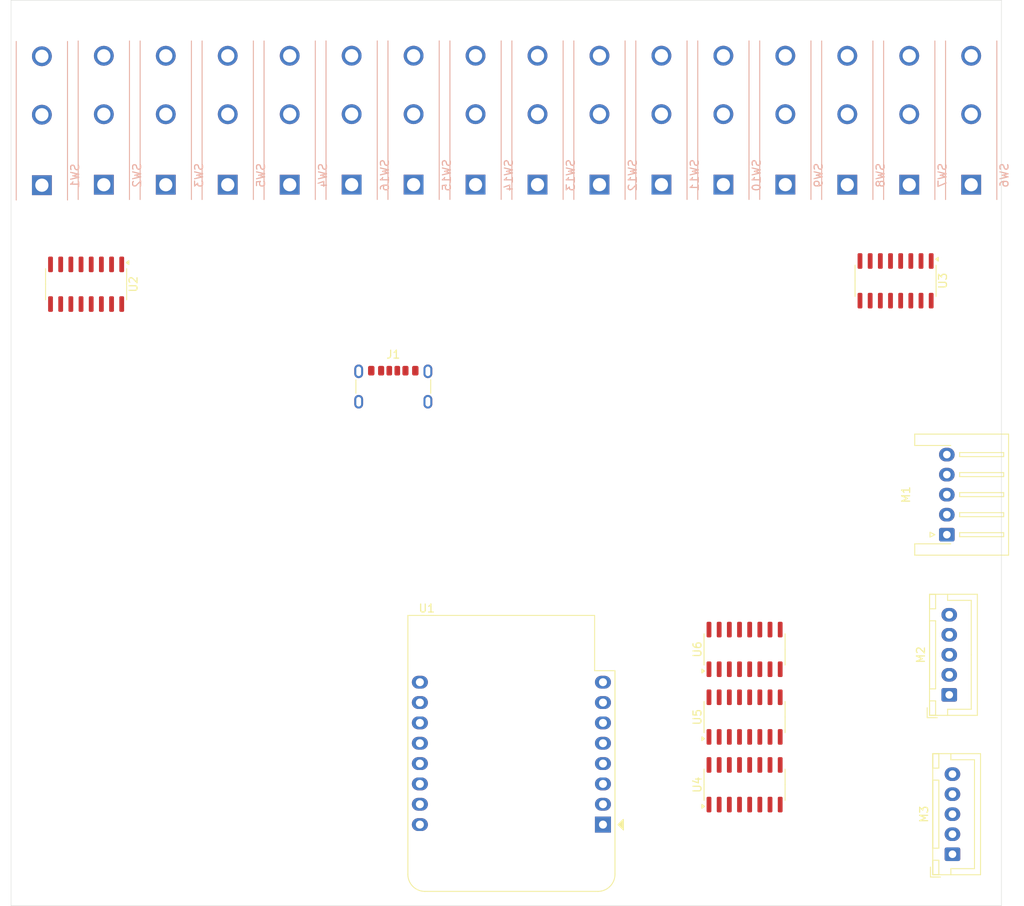
<source format=kicad_pcb>
(kicad_pcb (version 20240108) (generator "pcbnew") (generator_version "8.0")
  (layers (0 "F.Cu" signal) (31 "B.Cu" signal) (34 "B.Paste" user) (35 "F.Paste" user) (36 "B.SilkS" user "B.Silkscreen") (37 "F.SilkS" user "F.Silkscreen") (38 "B.Mask" user) (39 "F.Mask" user) (44 "Edge.Cuts" user))
  (net 0 "")
  (net 1 "RED")
  (net 2 "BLUE1")
  (net 3 "PINK1")
  (net 4 "ORANGE1")
  (net 5 "YELLOW1")
  (net 6 "PINK2")
  (net 7 "ORANGE2")
  (net 8 "BLUE2")
  (net 9 "YELLOW2")
  (net 10 "YELLOW3")
  (net 11 "BLUE3")
  (net 12 "ORANGE3")
  (net 13 "PINK3")
  (net 14 "SW1")
  (net 15 "GND")
  (net 16 "SW2")
  (net 17 "SW3")
  (net 18 "SW4")
  (net 19 "SW5")
  (net 20 "SW6")
  (net 21 "SW7")
  (net 22 "SW8")
  (net 23 "SW9")
  (net 24 "SW10")
  (net 25 "SW11")
  (net 26 "SW12")
  (net 27 "SW13")
  (net 28 "SW14")
  (net 29 "SW15")
  (net 30 "SW16")
  (net 34 "C")
  (net 35 "MUX2COM")
  (net 37 "MUX1COM")
  (net 38 "IN2")
  (net 40 "IN4")
  (net 41 "B")
  (net 42 "IN1")
  (net 43 "IN3")
  (net 44 "A")
  (net 64 "Net-(J1-VBUS-PadA9)")
  (net 65 "Net-(J1-GND-PadA12)")
  (footprint "Connector_USB:USB_C_Receptacle_GCT_USB4125-xx-x-0190_6P_TopMnt_Horizontal" (layer "F.Cu") (at 89.58 91.7)
    (property "Reference" "J1" (at 0 -5.1 0) (layer "F.SilkS"))
    (property "Value" "USB_C_Receptacle_PowerOnly_6P")
    (fp_line (start -4.67 -0.25) (end -4.67 -1.95) (stroke (width 0.12)) (layer "F.SilkS"))
    (fp_line (start 4.67 -0.25) (end 4.67 -1.95) (stroke (width 0.12)) (layer "F.SilkS"))
    (pad "A5" smd roundrect (at -0.5 -3.08) (size 0.7 1.2) (layers "F.Cu" "F.Paste" "F.Mask"))
    (pad "A9" smd roundrect (at 1.52 -3.08 180) (size 0.76 1.2) (layers "F.Cu" "F.Paste" "F.Mask") (net 64 "Net-(J1-VBUS-PadA9)"))
    (pad "A12" smd roundrect (at 2.75 -3.08 180) (size 0.8 1.2) (layers "F.Cu" "F.Paste" "F.Mask") (net 65 "Net-(J1-GND-PadA12)"))
    (pad "B5" smd roundrect (at 0.5 -3.08 180) (size 0.7 1.2) (layers "F.Cu" "F.Paste" "F.Mask"))
    (pad "B9" smd roundrect (at -1.52 -3.08) (size 0.76 1.2) (layers "F.Cu" "F.Paste" "F.Mask") (net 64 "Net-(J1-VBUS-PadA9)"))
    (pad "B12" smd roundrect (at -2.75 -3.08) (size 0.8 1.2) (layers "F.Cu" "F.Paste" "F.Mask") (net 65 "Net-(J1-GND-PadA12)"))
    (pad "S1" thru_hole oval (at -4.32 -3) (size 1.1 1.7) (drill oval 0.6 1.2) (layers "*.Cu" "*.Mask" "F.Paste"))
    (pad "S1" thru_hole oval (at -4.32 0.8) (size 1.1 1.7) (drill oval 0.6 1.2) (layers "*.Cu" "*.Mask" "F.Paste"))
    (pad "S1" thru_hole oval (at 4.32 -3) (size 1.1 1.7) (drill oval 0.6 1.2) (layers "*.Cu" "*.Mask" "F.Paste"))
    (pad "S1" thru_hole oval (at 4.32 0.8) (size 1.1 1.7) (drill oval 0.6 1.2) (layers "*.Cu" "*.Mask" "F.Paste"))
  )
  (footprint "Package_SO:SOIC-16_3.9x9.9mm_P1.27mm" (layer "F.Cu") (at 133.445 131.875 90)
    (property "Reference" "U5" (at 0 -5.9 90) (layer "F.SilkS"))
    (property "Value" "ULN2003A")
    (fp_line (start 0 -5.06) (end 1.95 -5.06) (stroke (width 0.12)) (layer "F.SilkS"))
    (fp_line (start 0 -5.06) (end -1.95 -5.06) (stroke (width 0.12)) (layer "F.SilkS"))
    (fp_line (start 0 5.06) (end 1.95 5.06) (stroke (width 0.12)) (layer "F.SilkS"))
    (fp_line (start 0 5.06) (end -1.95 5.06) (stroke (width 0.12)) (layer "F.SilkS"))
    (fp_poly (pts (xy -2.7 -5.005) (xy -2.94 -5.335) (xy -2.46 -5.335) (xy -2.7 -5.005)) (stroke (width 0.12)) (fill solid) (layer "F.SilkS"))
    (pad "1" smd roundrect (at -2.475 -4.445 90) (size 1.95 0.6) (layers "F.Cu" "F.Paste" "F.Mask") (net 42 "IN1"))
    (pad "2" smd roundrect (at -2.475 -3.175 90) (size 1.95 0.6) (layers "F.Cu" "F.Paste" "F.Mask") (net 38 "IN2"))
    (pad "3" smd roundrect (at -2.475 -1.905 90) (size 1.95 0.6) (layers "F.Cu" "F.Paste" "F.Mask") (net 43 "IN3"))
    (pad "4" smd roundrect (at -2.475 -0.635 90) (size 1.95 0.6) (layers "F.Cu" "F.Paste" "F.Mask") (net 40 "IN4"))
    (pad "5" smd roundrect (at -2.475 0.635 90) (size 1.95 0.6) (layers "F.Cu" "F.Paste" "F.Mask"))
    (pad "6" smd roundrect (at -2.475 1.905 90) (size 1.95 0.6) (layers "F.Cu" "F.Paste" "F.Mask"))
    (pad "7" smd roundrect (at -2.475 3.175 90) (size 1.95 0.6) (layers "F.Cu" "F.Paste" "F.Mask"))
    (pad "8" smd roundrect (at -2.475 4.445 90) (size 1.95 0.6) (layers "F.Cu" "F.Paste" "F.Mask") (net 15 "GND"))
    (pad "9" smd roundrect (at 2.475 4.445 90) (size 1.95 0.6) (layers "F.Cu" "F.Paste" "F.Mask") (net 1 "RED"))
    (pad "10" smd roundrect (at 2.475 3.175 90) (size 1.95 0.6) (layers "F.Cu" "F.Paste" "F.Mask"))
    (pad "11" smd roundrect (at 2.475 1.905 90) (size 1.95 0.6) (layers "F.Cu" "F.Paste" "F.Mask"))
    (pad "12" smd roundrect (at 2.475 0.635 90) (size 1.95 0.6) (layers "F.Cu" "F.Paste" "F.Mask"))
    (pad "13" smd roundrect (at 2.475 -0.635 90) (size 1.95 0.6) (layers "F.Cu" "F.Paste" "F.Mask") (net 7 "ORANGE2"))
    (pad "14" smd roundrect (at 2.475 -1.905 90) (size 1.95 0.6) (layers "F.Cu" "F.Paste" "F.Mask") (net 9 "YELLOW2"))
    (pad "15" smd roundrect (at 2.475 -3.175 90) (size 1.95 0.6) (layers "F.Cu" "F.Paste" "F.Mask") (net 6 "PINK2"))
    (pad "16" smd roundrect (at 2.475 -4.445 90) (size 1.95 0.6) (layers "F.Cu" "F.Paste" "F.Mask") (net 8 "BLUE2"))
  )
  (footprint "Connector_JST:JST_XH_B5B-XH-A_1x05_P2.50mm_Vertical" (layer "F.Cu") (at 159.4 149 90)
    (property "Reference" "M3" (at 5 -3.55 90) (layer "F.SilkS"))
    (property "Value" "Stepper_Motor_unipolar_5pin")
    (fp_line (start -1.6 -2.75) (end -2.85 -2.75) (stroke (width 0.12)) (layer "F.SilkS"))
    (fp_line (start -2.85 -2.75) (end -2.85 -1.5) (stroke (width 0.12)) (layer "F.SilkS"))
    (fp_line (start 12.56 -2.46) (end -2.56 -2.46) (stroke (width 0.12)) (layer "F.SilkS"))
    (fp_line (start -2.56 -2.46) (end -2.56 3.51) (stroke (width 0.12)) (layer "F.SilkS"))
    (fp_line (start 12.55 -2.45) (end 10.75 -2.45) (stroke (width 0.12)) (layer "F.SilkS"))
    (fp_line (start 10.75 -2.45) (end 10.75 -1.7) (stroke (width 0.12)) (layer "F.SilkS"))
    (fp_line (start 9.25 -2.45) (end 0.75 -2.45) (stroke (width 0.12)) (layer "F.SilkS"))
    (fp_line (start 0.75 -2.45) (end 0.75 -1.7) (stroke (width 0.12)) (layer "F.SilkS"))
    (fp_line (start -0.75 -2.45) (end -2.55 -2.45) (stroke (width 0.12)) (layer "F.SilkS"))
    (fp_line (start -2.55 -2.45) (end -2.55 -1.7) (stroke (width 0.12)) (layer "F.SilkS"))
    (fp_line (start 12.55 -1.7) (end 12.55 -2.45) (stroke (width 0.12)) (layer "F.SilkS"))
    (fp_line (start 10.75 -1.7) (end 12.55 -1.7) (stroke (width 0.12)) (layer "F.SilkS"))
    (fp_line (start 9.25 -1.7) (end 9.25 -2.45) (stroke (width 0.12)) (layer "F.SilkS"))
    (fp_line (start 0.75 -1.7) (end 9.25 -1.7) (stroke (width 0.12)) (layer "F.SilkS"))
    (fp_line (start -0.75 -1.7) (end -0.75 -2.45) (stroke (width 0.12)) (layer "F.SilkS"))
    (fp_line (start -2.55 -1.7) (end -0.75 -1.7) (stroke (width 0.12)) (layer "F.SilkS"))
    (fp_line (start 12.55 -0.2) (end 11.8 -0.2) (stroke (width 0.12)) (layer "F.SilkS"))
    (fp_line (start 11.8 -0.2) (end 11.8 2.75) (stroke (width 0.12)) (layer "F.SilkS"))
    (fp_line (start -1.8 -0.2) (end -1.8 2.75) (stroke (width 0.12)) (layer "F.SilkS"))
    (fp_line (start -2.55 -0.2) (end -1.8 -0.2) (stroke (width 0.12)) (layer "F.SilkS"))
    (fp_line (start 11.8 2.75) (end 5 2.75) (stroke (width 0.12)) (layer "F.SilkS"))
    (fp_line (start -1.8 2.75) (end 5 2.75) (stroke (width 0.12)) (layer "F.SilkS"))
    (fp_line (start 12.56 3.51) (end 12.56 -2.46) (stroke (width 0.12)) (layer "F.SilkS"))
    (fp_line (start -2.56 3.51) (end 12.56 3.51) (stroke (width 0.12)) (layer "F.SilkS"))
    (pad "1" thru_hole roundrect (at 0 0 90) (size 1.7 1.95) (drill 0.95) (layers "*.Cu" "*.Mask") (roundrect_rratio 0.147059) (net 1 "RED"))
    (pad "2" thru_hole oval (at 2.5 0 90) (size 1.7 1.95) (drill 0.95) (layers "*.Cu" "*.Mask") (net 12 "ORANGE3"))
    (pad "3" thru_hole oval (at 5 0 90) (size 1.7 1.95) (drill 0.95) (layers "*.Cu" "*.Mask") (net 13 "PINK3"))
    (pad "4" thru_hole oval (at 7.5 0 90) (size 1.7 1.95) (drill 0.95) (layers "*.Cu" "*.Mask") (net 10 "YELLOW3"))
    (pad "5" thru_hole oval (at 10 0 90) (size 1.7 1.95) (drill 0.95) (layers "*.Cu" "*.Mask") (net 11 "BLUE3"))
  )
  (footprint "Package_SO:SOIC-16_3.9x9.9mm_P1.27mm" (layer "F.Cu") (at 152.3 77.4 -90)
    (property "Reference" "U3" (at 0 -5.9 90) (layer "F.SilkS"))
    (property "Value" "CD4051B")
    (fp_line (start 0 5.06) (end -1.95 5.06) (stroke (width 0.12)) (layer "F.SilkS"))
    (fp_line (start 0 5.06) (end 1.95 5.06) (stroke (width 0.12)) (layer "F.SilkS"))
    (fp_line (start 0 -5.06) (end -1.95 -5.06) (stroke (width 0.12)) (layer "F.SilkS"))
    (fp_line (start 0 -5.06) (end 1.95 -5.06) (stroke (width 0.12)) (layer "F.SilkS"))
    (fp_poly (pts (xy -2.7 -5.005) (xy -2.94 -5.335) (xy -2.46 -5.335) (xy -2.7 -5.005)) (stroke (width 0.12)) (fill solid) (layer "F.SilkS"))
    (pad "1" smd roundrect (at -2.475 -4.445 270) (size 1.95 0.6) (layers "F.Cu" "F.Paste" "F.Mask") (net 27 "SW13"))
    (pad "2" smd roundrect (at -2.475 -3.175 270) (size 1.95 0.6) (layers "F.Cu" "F.Paste" "F.Mask") (net 29 "SW15"))
    (pad "3" smd roundrect (at -2.475 -1.905 270) (size 1.95 0.6) (layers "F.Cu" "F.Paste" "F.Mask") (net 35 "MUX2COM"))
    (pad "4" smd roundrect (at -2.475 -0.635 270) (size 1.95 0.6) (layers "F.Cu" "F.Paste" "F.Mask") (net 30 "SW16"))
    (pad "5" smd roundrect (at -2.475 0.635 270) (size 1.95 0.6) (layers "F.Cu" "F.Paste" "F.Mask") (net 28 "SW14"))
    (pad "6" smd roundrect (at -2.475 1.905 270) (size 1.95 0.6) (layers "F.Cu" "F.Paste" "F.Mask") (net 15 "GND"))
    (pad "7" smd roundrect (at -2.475 3.175 270) (size 1.95 0.6) (layers "F.Cu" "F.Paste" "F.Mask") (net 15 "GND"))
    (pad "8" smd roundrect (at -2.475 4.445 270) (size 1.95 0.6) (layers "F.Cu" "F.Paste" "F.Mask") (net 15 "GND"))
    (pad "9" smd roundrect (at 2.475 4.445 270) (size 1.95 0.6) (layers "F.Cu" "F.Paste" "F.Mask") (net 34 "C"))
    (pad "10" smd roundrect (at 2.475 3.175 270) (size 1.95 0.6) (layers "F.Cu" "F.Paste" "F.Mask") (net 41 "B"))
    (pad "11" smd roundrect (at 2.475 1.905 270) (size 1.95 0.6) (layers "F.Cu" "F.Paste" "F.Mask") (net 44 "A"))
    (pad "12" smd roundrect (at 2.475 0.635 270) (size 1.95 0.6) (layers "F.Cu" "F.Paste" "F.Mask") (net 26 "SW12"))
    (pad "13" smd roundrect (at 2.475 -0.635 270) (size 1.95 0.6) (layers "F.Cu" "F.Paste" "F.Mask") (net 23 "SW9"))
    (pad "14" smd roundrect (at 2.475 -1.905 270) (size 1.95 0.6) (layers "F.Cu" "F.Paste" "F.Mask") (net 24 "SW10"))
    (pad "15" smd roundrect (at 2.475 -3.175 270) (size 1.95 0.6) (layers "F.Cu" "F.Paste" "F.Mask") (net 25 "SW11"))
    (pad "16" smd roundrect (at 2.475 -4.445 270) (size 1.95 0.6) (layers "F.Cu" "F.Paste" "F.Mask") (net 1 "RED"))
  )
  (footprint "Module:WEMOS_D1_mini_light" (layer "F.Cu") (at 115.76 145.3 180)
    (property "Reference" "U1" (at 22 27 0) (layer "F.SilkS"))
    (property "Value" "WeMos_D1_mini")
    (fp_line (start 24.36 26.12) (end 24.36 -6.21) (stroke (width 0.12)) (layer "F.SilkS"))
    (fp_line (start 22.24 -8.34) (end 0.63 -8.34) (stroke (width 0.12)) (layer "F.SilkS"))
    (fp_line (start 1.04 26.12) (end 24.36 26.12) (stroke (width 0.12)) (layer "F.SilkS"))
    (fp_line (start 1.04 19.22) (end 1.04 26.12) (stroke (width 0.12)) (layer "F.SilkS"))
    (fp_line (start -1.5 19.22) (end 1.04 19.22) (stroke (width 0.12)) (layer "F.SilkS"))
    (fp_line (start -1.5 19.22) (end -1.5 -6.21) (stroke (width 0.12)) (layer "F.SilkS"))
    (fp_arc (start 22.23 -8.34) (mid 23.736137 -7.716137) (end 24.36 -6.21) (stroke (width 0.12)) (layer "F.SilkS"))
    (fp_arc (start -1.5 -6.21) (mid -0.876137 -7.716137) (end 0.63 -8.34) (stroke (width 0.12)) (layer "F.SilkS"))
    (fp_poly (pts (xy -2.54 -0.635) (xy -2.54 0.635) (xy -1.905 0)) (stroke (width 0.15)) (fill solid) (layer "F.SilkS"))
    (pad "1" thru_hole rect (at 0 0 180) (size 2 2) (drill 1) (layers "*.Cu" "*.Mask"))
    (pad "2" thru_hole oval (at 0 2.54 180) (size 2 1.6) (drill 1) (layers "*.Cu" "*.Mask"))
    (pad "3" thru_hole oval (at 0 5.08 180) (size 2 1.6) (drill 1) (layers "*.Cu" "*.Mask") (net 44 "A"))
    (pad "4" thru_hole oval (at 0 7.62 180) (size 2 1.6) (drill 1) (layers "*.Cu" "*.Mask") (net 42 "IN1"))
    (pad "5" thru_hole oval (at 0 10.16 180) (size 2 1.6) (drill 1) (layers "*.Cu" "*.Mask") (net 38 "IN2"))
    (pad "6" thru_hole oval (at 0 12.7 180) (size 2 1.6) (drill 1) (layers "*.Cu" "*.Mask") (net 40 "IN4"))
    (pad "7" thru_hole oval (at 0 15.24 180) (size 2 1.6) (drill 1) (layers "*.Cu" "*.Mask") (net 43 "IN3"))
    (pad "8" thru_hole oval (at 0 17.78 180) (size 2 1.6) (drill 1) (layers "*.Cu" "*.Mask"))
    (pad "9" thru_hole oval (at 22.86 17.78 180) (size 2 1.6) (drill 1) (layers "*.Cu" "*.Mask") (net 1 "RED"))
    (pad "10" thru_hole oval (at 22.86 15.24 180) (size 2 1.6) (drill 1) (layers "*.Cu" "*.Mask") (net 15 "GND"))
    (pad "11" thru_hole oval (at 22.86 12.7 180) (size 2 1.6) (drill 1) (layers "*.Cu" "*.Mask") (net 41 "B"))
    (pad "12" thru_hole oval (at 22.86 10.16 180) (size 2 1.6) (drill 1) (layers "*.Cu" "*.Mask") (net 34 "C"))
    (pad "13" thru_hole oval (at 22.86 7.62 180) (size 2 1.6) (drill 1) (layers "*.Cu" "*.Mask") (net 35 "MUX2COM"))
    (pad "14" thru_hole oval (at 22.86 5.08 180) (size 2 1.6) (drill 1) (layers "*.Cu" "*.Mask") (net 37 "MUX1COM"))
    (pad "15" thru_hole oval (at 22.86 2.54 180) (size 2 1.6) (drill 1) (layers "*.Cu" "*.Mask"))
    (pad "16" thru_hole oval (at 22.86 0 180) (size 2 1.6) (drill 1) (layers "*.Cu" "*.Mask"))
  )
  (footprint "Connector_JST:JST_XH_S5B-XH-A-1_1x05_P2.50mm_Horizontal" (layer "F.Cu") (at 158.7 109.1 90)
    (property "Reference" "M1" (at 5 -5.1 90) (layer "F.SilkS"))
    (property "Value" "Stepper_Motor_unipolar_5pin")
    (fp_line (start 12.56 -4.01) (end 11.14 -4.01) (stroke (width 0.12)) (layer "F.SilkS"))
    (fp_line (start 11.14 -4.01) (end 11.14 0.49) (stroke (width 0.12)) (layer "F.SilkS"))
    (fp_line (start -1.14 -4.01) (end -1.14 0.49) (stroke (width 0.12)) (layer "F.SilkS"))
    (fp_line (start -2.56 -4.01) (end -1.14 -4.01) (stroke (width 0.12)) (layer "F.SilkS"))
    (fp_line (start 0.3 -2.1) (end 0 -1.5) (stroke (width 0.12)) (layer "F.SilkS"))
    (fp_line (start -0.3 -2.1) (end 0.3 -2.1) (stroke (width 0.12)) (layer "F.SilkS"))
    (fp_line (start 0 -1.5) (end -0.3 -2.1) (stroke (width 0.12)) (layer "F.SilkS"))
    (fp_line (start 10.25 1.6) (end 9.75 1.6) (stroke (width 0.12)) (layer "F.SilkS"))
    (fp_line (start 9.75 1.6) (end 9.75 7.1) (stroke (width 0.12)) (layer "F.SilkS"))
    (fp_line (start 7.75 1.6) (end 7.25 1.6) (stroke (width 0.12)) (layer "F.SilkS"))
    (fp_line (start 7.25 1.6) (end 7.25 7.1) (stroke (width 0.12)) (layer "F.SilkS"))
    (fp_line (start 5.25 1.6) (end 4.75 1.6) (stroke (width 0.12)) (layer "F.SilkS"))
    (fp_line (start 4.75 1.6) (end 4.75 7.1) (stroke (width 0.12)) (layer "F.SilkS"))
    (fp_line (start 2.75 1.6) (end 2.25 1.6) (stroke (width 0.12)) (layer "F.SilkS"))
    (fp_line (start 2.25 1.6) (end 2.25 7.1) (stroke (width 0.12)) (layer "F.SilkS"))
    (fp_line (start 0.25 1.6) (end -0.25 1.6) (stroke (width 0.12)) (layer "F.SilkS"))
    (fp_line (start -0.25 1.6) (end -0.25 7.1) (stroke (width 0.12)) (layer "F.SilkS"))
    (fp_line (start 10.25 7.1) (end 10.25 1.6) (stroke (width 0.12)) (layer "F.SilkS"))
    (fp_line (start 9.75 7.1) (end 10.25 7.1) (stroke (width 0.12)) (layer "F.SilkS"))
    (fp_line (start 7.75 7.1) (end 7.75 1.6) (stroke (width 0.12)) (layer "F.SilkS"))
    (fp_line (start 7.25 7.1) (end 7.75 7.1) (stroke (width 0.12)) (layer "F.SilkS"))
    (fp_line (start 5.25 7.1) (end 5.25 1.6) (stroke (width 0.12)) (layer "F.SilkS"))
    (fp_line (start 4.75 7.1) (end 5.25 7.1) (stroke (width 0.12)) (layer "F.SilkS"))
    (fp_line (start 2.75 7.1) (end 2.75 1.6) (stroke (width 0.12)) (layer "F.SilkS"))
    (fp_line (start 2.25 7.1) (end 2.75 7.1) (stroke (width 0.12)) (layer "F.SilkS"))
    (fp_line (start 0.25 7.1) (end 0.25 1.6) (stroke (width 0.12)) (layer "F.SilkS"))
    (fp_line (start -0.25 7.1) (end 0.25 7.1) (stroke (width 0.12)) (layer "F.SilkS"))
    (fp_line (start 12.56 7.71) (end 12.56 -4.01) (stroke (width 0.12)) (layer "F.SilkS"))
    (fp_line (start 5 7.71) (end 12.56 7.71) (stroke (width 0.12)) (layer "F.SilkS"))
    (fp_line (start 5 7.71) (end -2.56 7.71) (stroke (width 0.12)) (layer "F.SilkS"))
    (fp_line (start -2.56 7.71) (end -2.56 -4.01) (stroke (width 0.12)) (layer "F.SilkS"))
    (pad "1" thru_hole roundrect (at 0 0 90) (size 1.7 1.95) (drill 0.95) (layers "*.Cu" "*.Mask") (roundrect_rratio 0.147059) (net 1 "RED"))
    (pad "2" thru_hole oval (at 2.5 0 90) (size 1.7 1.95) (drill 0.95) (layers "*.Cu" "*.Mask") (net 4 "ORANGE1"))
    (pad "3" thru_hole oval (at 5 0 90) (size 1.7 1.95) (drill 0.95) (layers "*.Cu" "*.Mask") (net 3 "PINK1"))
    (pad "4" thru_hole oval (at 7.5 0 90) (size 1.7 1.95) (drill 0.95) (layers "*.Cu" "*.Mask") (net 5 "YELLOW1"))
    (pad "5" thru_hole oval (at 10 0 90) (size 1.7 1.95) (drill 0.95) (layers "*.Cu" "*.Mask") (net 2 "BLUE1"))
  )
  (footprint "Package_SO:SOIC-16_3.9x9.9mm_P1.27mm" (layer "F.Cu") (at 133.445 123.425 90)
    (property "Reference" "U6" (at 0 -5.9 90) (layer "F.SilkS"))
    (property "Value" "ULN2003A")
    (fp_line (start 0 -5.06) (end 1.95 -5.06) (stroke (width 0.12)) (layer "F.SilkS"))
    (fp_line (start 0 -5.06) (end -1.95 -5.06) (stroke (width 0.12)) (layer "F.SilkS"))
    (fp_line (start 0 5.06) (end 1.95 5.06) (stroke (width 0.12)) (layer "F.SilkS"))
    (fp_line (start 0 5.06) (end -1.95 5.06) (stroke (width 0.12)) (layer "F.SilkS"))
    (fp_poly (pts (xy -2.7 -5.005) (xy -2.94 -5.335) (xy -2.46 -5.335) (xy -2.7 -5.005)) (stroke (width 0.12)) (fill solid) (layer "F.SilkS"))
    (pad "1" smd roundrect (at -2.475 -4.445 90) (size 1.95 0.6) (layers "F.Cu" "F.Paste" "F.Mask") (net 42 "IN1"))
    (pad "2" smd roundrect (at -2.475 -3.175 90) (size 1.95 0.6) (layers "F.Cu" "F.Paste" "F.Mask") (net 38 "IN2"))
    (pad "3" smd roundrect (at -2.475 -1.905 90) (size 1.95 0.6) (layers "F.Cu" "F.Paste" "F.Mask") (net 43 "IN3"))
    (pad "4" smd roundrect (at -2.475 -0.635 90) (size 1.95 0.6) (layers "F.Cu" "F.Paste" "F.Mask") (net 40 "IN4"))
    (pad "5" smd roundrect (at -2.475 0.635 90) (size 1.95 0.6) (layers "F.Cu" "F.Paste" "F.Mask"))
    (pad "6" smd roundrect (at -2.475 1.905 90) (size 1.95 0.6) (layers "F.Cu" "F.Paste" "F.Mask"))
    (pad "7" smd roundrect (at -2.475 3.175 90) (size 1.95 0.6) (layers "F.Cu" "F.Paste" "F.Mask"))
    (pad "8" smd roundrect (at -2.475 4.445 90) (size 1.95 0.6) (layers "F.Cu" "F.Paste" "F.Mask") (net 15 "GND"))
    (pad "9" smd roundrect (at 2.475 4.445 90) (size 1.95 0.6) (layers "F.Cu" "F.Paste" "F.Mask") (net 1 "RED"))
    (pad "10" smd roundrect (at 2.475 3.175 90) (size 1.95 0.6) (layers "F.Cu" "F.Paste" "F.Mask"))
    (pad "11" smd roundrect (at 2.475 1.905 90) (size 1.95 0.6) (layers "F.Cu" "F.Paste" "F.Mask"))
    (pad "12" smd roundrect (at 2.475 0.635 90) (size 1.95 0.6) (layers "F.Cu" "F.Paste" "F.Mask"))
    (pad "13" smd roundrect (at 2.475 -0.635 90) (size 1.95 0.6) (layers "F.Cu" "F.Paste" "F.Mask") (net 12 "ORANGE3"))
    (pad "14" smd roundrect (at 2.475 -1.905 90) (size 1.95 0.6) (layers "F.Cu" "F.Paste" "F.Mask") (net 10 "YELLOW3"))
    (pad "15" smd roundrect (at 2.475 -3.175 90) (size 1.95 0.6) (layers "F.Cu" "F.Paste" "F.Mask") (net 13 "PINK3"))
    (pad "16" smd roundrect (at 2.475 -4.445 90) (size 1.95 0.6) (layers "F.Cu" "F.Paste" "F.Mask") (net 11 "BLUE3"))
  )
  (footprint "Connector_JST:JST_XH_B5B-XH-A_1x05_P2.50mm_Vertical" (layer "F.Cu") (at 159 129.1 90)
    (property "Reference" "M2" (at 5 -3.55 90) (layer "F.SilkS"))
    (property "Value" "Stepper_Motor_unipolar_5pin")
    (fp_line (start -1.6 -2.75) (end -2.85 -2.75) (stroke (width 0.12)) (layer "F.SilkS"))
    (fp_line (start -2.85 -2.75) (end -2.85 -1.5) (stroke (width 0.12)) (layer "F.SilkS"))
    (fp_line (start 12.56 -2.46) (end -2.56 -2.46) (stroke (width 0.12)) (layer "F.SilkS"))
    (fp_line (start -2.56 -2.46) (end -2.56 3.51) (stroke (width 0.12)) (layer "F.SilkS"))
    (fp_line (start 12.55 -2.45) (end 10.75 -2.45) (stroke (width 0.12)) (layer "F.SilkS"))
    (fp_line (start 10.75 -2.45) (end 10.75 -1.7) (stroke (width 0.12)) (layer "F.SilkS"))
    (fp_line (start 9.25 -2.45) (end 0.75 -2.45) (stroke (width 0.12)) (layer "F.SilkS"))
    (fp_line (start 0.75 -2.45) (end 0.75 -1.7) (stroke (width 0.12)) (layer "F.SilkS"))
    (fp_line (start -0.75 -2.45) (end -2.55 -2.45) (stroke (width 0.12)) (layer "F.SilkS"))
    (fp_line (start -2.55 -2.45) (end -2.55 -1.7) (stroke (width 0.12)) (layer "F.SilkS"))
    (fp_line (start 12.55 -1.7) (end 12.55 -2.45) (stroke (width 0.12)) (layer "F.SilkS"))
    (fp_line (start 10.75 -1.7) (end 12.55 -1.7) (stroke (width 0.12)) (layer "F.SilkS"))
    (fp_line (start 9.25 -1.7) (end 9.25 -2.45) (stroke (width 0.12)) (layer "F.SilkS"))
    (fp_line (start 0.75 -1.7) (end 9.25 -1.7) (stroke (width 0.12)) (layer "F.SilkS"))
    (fp_line (start -0.75 -1.7) (end -0.75 -2.45) (stroke (width 0.12)) (layer "F.SilkS"))
    (fp_line (start -2.55 -1.7) (end -0.75 -1.7) (stroke (width 0.12)) (layer "F.SilkS"))
    (fp_line (start 12.55 -0.2) (end 11.8 -0.2) (stroke (width 0.12)) (layer "F.SilkS"))
    (fp_line (start 11.8 -0.2) (end 11.8 2.75) (stroke (width 0.12)) (layer "F.SilkS"))
    (fp_line (start -1.8 -0.2) (end -1.8 2.75) (stroke (width 0.12)) (layer "F.SilkS"))
    (fp_line (start -2.55 -0.2) (end -1.8 -0.2) (stroke (width 0.12)) (layer "F.SilkS"))
    (fp_line (start 11.8 2.75) (end 5 2.75) (stroke (width 0.12)) (layer "F.SilkS"))
    (fp_line (start -1.8 2.75) (end 5 2.75) (stroke (width 0.12)) (layer "F.SilkS"))
    (fp_line (start 12.56 3.51) (end 12.56 -2.46) (stroke (width 0.12)) (layer "F.SilkS"))
    (fp_line (start -2.56 3.51) (end 12.56 3.51) (stroke (width 0.12)) (layer "F.SilkS"))
    (pad "1" thru_hole roundrect (at 0 0 90) (size 1.7 1.95) (drill 0.95) (layers "*.Cu" "*.Mask") (roundrect_rratio 0.147059) (net 1 "RED"))
    (pad "2" thru_hole oval (at 2.5 0 90) (size 1.7 1.95) (drill 0.95) (layers "*.Cu" "*.Mask") (net 7 "ORANGE2"))
    (pad "3" thru_hole oval (at 5 0 90) (size 1.7 1.95) (drill 0.95) (layers "*.Cu" "*.Mask") (net 6 "PINK2"))
    (pad "4" thru_hole oval (at 7.5 0 90) (size 1.7 1.95) (drill 0.95) (layers "*.Cu" "*.Mask") (net 9 "YELLOW2"))
    (pad "5" thru_hole oval (at 10 0 90) (size 1.7 1.95) (drill 0.95) (layers "*.Cu" "*.Mask") (net 8 "BLUE2"))
  )
  (footprint "Package_SO:SOIC-16_3.9x9.9mm_P1.27mm" (layer "F.Cu") (at 133.445 140.325 90)
    (property "Reference" "U4" (at 0 -5.9 90) (layer "F.SilkS"))
    (property "Value" "ULN2003A")
    (fp_line (start 0 -5.06) (end 1.95 -5.06) (stroke (width 0.12)) (layer "F.SilkS"))
    (fp_line (start 0 -5.06) (end -1.95 -5.06) (stroke (width 0.12)) (layer "F.SilkS"))
    (fp_line (start 0 5.06) (end 1.95 5.06) (stroke (width 0.12)) (layer "F.SilkS"))
    (fp_line (start 0 5.06) (end -1.95 5.06) (stroke (width 0.12)) (layer "F.SilkS"))
    (fp_poly (pts (xy -2.7 -5.005) (xy -2.94 -5.335) (xy -2.46 -5.335) (xy -2.7 -5.005)) (stroke (width 0.12)) (fill solid) (layer "F.SilkS"))
    (pad "1" smd roundrect (at -2.475 -4.445 90) (size 1.95 0.6) (layers "F.Cu" "F.Paste" "F.Mask") (net 42 "IN1"))
    (pad "2" smd roundrect (at -2.475 -3.175 90) (size 1.95 0.6) (layers "F.Cu" "F.Paste" "F.Mask") (net 38 "IN2"))
    (pad "3" smd roundrect (at -2.475 -1.905 90) (size 1.95 0.6) (layers "F.Cu" "F.Paste" "F.Mask") (net 43 "IN3"))
    (pad "4" smd roundrect (at -2.475 -0.635 90) (size 1.95 0.6) (layers "F.Cu" "F.Paste" "F.Mask") (net 40 "IN4"))
    (pad "5" smd roundrect (at -2.475 0.635 90) (size 1.95 0.6) (layers "F.Cu" "F.Paste" "F.Mask"))
    (pad "6" smd roundrect (at -2.475 1.905 90) (size 1.95 0.6) (layers "F.Cu" "F.Paste" "F.Mask"))
    (pad "7" smd roundrect (at -2.475 3.175 90) (size 1.95 0.6) (layers "F.Cu" "F.Paste" "F.Mask"))
    (pad "8" smd roundrect (at -2.475 4.445 90) (size 1.95 0.6) (layers "F.Cu" "F.Paste" "F.Mask") (net 15 "GND"))
    (pad "9" smd roundrect (at 2.475 4.445 90) (size 1.95 0.6) (layers "F.Cu" "F.Paste" "F.Mask") (net 1 "RED"))
    (pad "10" smd roundrect (at 2.475 3.175 90) (size 1.95 0.6) (layers "F.Cu" "F.Paste" "F.Mask"))
    (pad "11" smd roundrect (at 2.475 1.905 90) (size 1.95 0.6) (layers "F.Cu" "F.Paste" "F.Mask"))
    (pad "12" smd roundrect (at 2.475 0.635 90) (size 1.95 0.6) (layers "F.Cu" "F.Paste" "F.Mask"))
    (pad "13" smd roundrect (at 2.475 -0.635 90) (size 1.95 0.6) (layers "F.Cu" "F.Paste" "F.Mask") (net 4 "ORANGE1"))
    (pad "14" smd roundrect (at 2.475 -1.905 90) (size 1.95 0.6) (layers "F.Cu" "F.Paste" "F.Mask") (net 5 "YELLOW1"))
    (pad "15" smd roundrect (at 2.475 -3.175 90) (size 1.95 0.6) (layers "F.Cu" "F.Paste" "F.Mask") (net 3 "PINK1"))
    (pad "16" smd roundrect (at 2.475 -4.445 90) (size 1.95 0.6) (layers "F.Cu" "F.Paste" "F.Mask") (net 2 "BLUE1"))
  )
  (footprint "Package_SO:SOIC-16_3.9x9.9mm_P1.27mm" (layer "F.Cu") (at 51.225 77.825 -90)
    (property "Reference" "U2" (at 0 -5.9 90) (layer "F.SilkS"))
    (property "Value" "CD4051B")
    (fp_line (start 0 5.06) (end -1.95 5.06) (stroke (width 0.12)) (layer "F.SilkS"))
    (fp_line (start 0 5.06) (end 1.95 5.06) (stroke (width 0.12)) (layer "F.SilkS"))
    (fp_line (start 0 -5.06) (end -1.95 -5.06) (stroke (width 0.12)) (layer "F.SilkS"))
    (fp_line (start 0 -5.06) (end 1.95 -5.06) (stroke (width 0.12)) (layer "F.SilkS"))
    (fp_poly (pts (xy -2.7 -5.005) (xy -2.94 -5.335) (xy -2.46 -5.335) (xy -2.7 -5.005)) (stroke (width 0.12)) (fill solid) (layer "F.SilkS"))
    (pad "1" smd roundrect (at -2.475 -4.445 270) (size 1.95 0.6) (layers "F.Cu" "F.Paste" "F.Mask") (net 19 "SW5"))
    (pad "2" smd roundrect (at -2.475 -3.175 270) (size 1.95 0.6) (layers "F.Cu" "F.Paste" "F.Mask") (net 21 "SW7"))
    (pad "3" smd roundrect (at -2.475 -1.905 270) (size 1.95 0.6) (layers "F.Cu" "F.Paste" "F.Mask") (net 37 "MUX1COM"))
    (pad "4" smd roundrect (at -2.475 -0.635 270) (size 1.95 0.6) (layers "F.Cu" "F.Paste" "F.Mask") (net 22 "SW8"))
    (pad "5" smd roundrect (at -2.475 0.635 270) (size 1.95 0.6) (layers "F.Cu" "F.Paste" "F.Mask") (net 20 "SW6"))
    (pad "6" smd roundrect (at -2.475 1.905 270) (size 1.95 0.6) (layers "F.Cu" "F.Paste" "F.Mask") (net 15 "GND"))
    (pad "7" smd roundrect (at -2.475 3.175 270) (size 1.95 0.6) (layers "F.Cu" "F.Paste" "F.Mask") (net 15 "GND"))
    (pad "8" smd roundrect (at -2.475 4.445 270) (size 1.95 0.6) (layers "F.Cu" "F.Paste" "F.Mask") (net 15 "GND"))
    (pad "9" smd roundrect (at 2.475 4.445 270) (size 1.95 0.6) (layers "F.Cu" "F.Paste" "F.Mask") (net 34 "C"))
    (pad "10" smd roundrect (at 2.475 3.175 270) (size 1.95 0.6) (layers "F.Cu" "F.Paste" "F.Mask") (net 41 "B"))
    (pad "11" smd roundrect (at 2.475 1.905 270) (size 1.95 0.6) (layers "F.Cu" "F.Paste" "F.Mask") (net 44 "A"))
    (pad "12" smd roundrect (at 2.475 0.635 270) (size 1.95 0.6) (layers "F.Cu" "F.Paste" "F.Mask") (net 18 "SW4"))
    (pad "13" smd roundrect (at 2.475 -0.635 270) (size 1.95 0.6) (layers "F.Cu" "F.Paste" "F.Mask") (net 14 "SW1"))
    (pad "14" smd roundrect (at 2.475 -1.905 270) (size 1.95 0.6) (layers "F.Cu" "F.Paste" "F.Mask") (net 16 "SW2"))
    (pad "15" smd roundrect (at 2.475 -3.175 270) (size 1.95 0.6) (layers "F.Cu" "F.Paste" "F.Mask") (net 17 "SW3"))
    (pad "16" smd roundrect (at 2.475 -4.445 270) (size 1.95 0.6) (layers "F.Cu" "F.Paste" "F.Mask") (net 1 "RED"))
  )
  (footprint "MS0850502F030P1A:SW_MS0850502F030P1A" (layer "B.Cu") (at 161.740804 65.4 90)
    (property "Reference" "SW6" (at 1.17617 4.1391 90) (layer "B.SilkS") (effects (font (size 1.000992 1.000992)) (justify mirror)))
    (property "Value" "SW_Push_SPDT")
    (fp_line (start -1.85 -3.2) (end 17.95 -3.2) (stroke (width 0.127)) (layer "B.SilkS"))
    (fp_line (start 17.95 3.2) (end -1.85 3.2) (stroke (width 0.127)) (layer "B.SilkS"))
    (pad "1" thru_hole rect (at 0 0 90) (size 2.475 2.475) (drill 1.65) (layers "*.Cu" "*.Mask") (net 15 "GND"))
    (pad "2" thru_hole circle (at 16.1 0 90) (size 2.475 2.475) (drill 1.65) (layers "*.Cu" "*.Mask") (net 20 "SW6"))
    (pad "3" thru_hole circle (at 8.8 0 90) (size 2.475 2.475) (drill 1.65) (layers "*.Cu" "*.Mask") (net 1 "RED"))
  )
  (footprint "MS0850502F030P1A:SW_MS0850502F030P1A" (layer "B.Cu") (at 123.06053 65.39 90)
    (property "Reference" "SW11" (at 1.17617 4.1391 90) (layer "B.SilkS") (effects (font (size 1.000992 1.000992)) (justify mirror)))
    (property "Value" "SW_Push_SPDT")
    (fp_line (start -1.85 -3.2) (end 17.95 -3.2) (stroke (width 0.127)) (layer "B.SilkS"))
    (fp_line (start 17.95 3.2) (end -1.85 3.2) (stroke (width 0.127)) (layer "B.SilkS"))
    (pad "1" thru_hole rect (at 0 0 90) (size 2.475 2.475) (drill 1.65) (layers "*.Cu" "*.Mask") (net 15 "GND"))
    (pad "2" thru_hole circle (at 16.1 0 90) (size 2.475 2.475) (drill 1.65) (layers "*.Cu" "*.Mask") (net 25 "SW11"))
    (pad "3" thru_hole circle (at 8.8 0 90) (size 2.475 2.475) (drill 1.65) (layers "*.Cu" "*.Mask") (net 1 "RED"))
  )
  (footprint "MS0850502F030P1A:SW_MS0850502F030P1A" (layer "B.Cu") (at 115.324477 65.39 90)
    (property "Reference" "SW12" (at 1.17617 4.1391 90) (layer "B.SilkS") (effects (font (size 1.000992 1.000992)) (justify mirror)))
    (property "Value" "SW_Push_SPDT")
    (fp_line (start -1.85 -3.2) (end 17.95 -3.2) (stroke (width 0.127)) (layer "B.SilkS"))
    (fp_line (start 17.95 3.2) (end -1.85 3.2) (stroke (width 0.127)) (layer "B.SilkS"))
    (pad "1" thru_hole rect (at 0 0 90) (size 2.475 2.475) (drill 1.65) (layers "*.Cu" "*.Mask") (net 15 "GND"))
    (pad "2" thru_hole circle (at 16.1 0 90) (size 2.475 2.475) (drill 1.65) (layers "*.Cu" "*.Mask") (net 26 "SW12"))
    (pad "3" thru_hole circle (at 8.8 0 90) (size 2.475 2.475) (drill 1.65) (layers "*.Cu" "*.Mask") (net 1 "RED"))
  )
  (footprint "MS0850502F030P1A:SW_MS0850502F030P1A" (layer "B.Cu") (at 99.852371 65.39 90)
    (property "Reference" "SW14" (at 1.17617 4.1391 90) (layer "B.SilkS") (effects (font (size 1.000992 1.000992)) (justify mirror)))
    (property "Value" "SW_Push_SPDT")
    (fp_line (start -1.85 -3.2) (end 17.95 -3.2) (stroke (width 0.127)) (layer "B.SilkS"))
    (fp_line (start 17.95 3.2) (end -1.85 3.2) (stroke (width 0.127)) (layer "B.SilkS"))
    (pad "1" thru_hole rect (at 0 0 90) (size 2.475 2.475) (drill 1.65) (layers "*.Cu" "*.Mask") (net 15 "GND"))
    (pad "2" thru_hole circle (at 16.1 0 90) (size 2.475 2.475) (drill 1.65) (layers "*.Cu" "*.Mask") (net 28 "SW14"))
    (pad "3" thru_hole circle (at 8.8 0 90) (size 2.475 2.475) (drill 1.65) (layers "*.Cu" "*.Mask") (net 1 "RED"))
  )
  (footprint "MS0850502F030P1A:SW_MS0850502F030P1A" (layer "B.Cu") (at 154.004742 65.4 90)
    (property "Reference" "SW7" (at 1.17617 4.1391 90) (layer "B.SilkS") (effects (font (size 1.000992 1.000992)) (justify mirror)))
    (property "Value" "SW_Push_SPDT")
    (fp_line (start -1.85 -3.2) (end 17.95 -3.2) (stroke (width 0.127)) (layer "B.SilkS"))
    (fp_line (start 17.95 3.2) (end -1.85 3.2) (stroke (width 0.127)) (layer "B.SilkS"))
    (pad "1" thru_hole rect (at 0 0 90) (size 2.475 2.475) (drill 1.65) (layers "*.Cu" "*.Mask") (net 15 "GND"))
    (pad "2" thru_hole circle (at 16.1 0 90) (size 2.475 2.475) (drill 1.65) (layers "*.Cu" "*.Mask") (net 21 "SW7"))
    (pad "3" thru_hole circle (at 8.8 0 90) (size 2.475 2.475) (drill 1.65) (layers "*.Cu" "*.Mask") (net 1 "RED"))
  )
  (footprint "MS0850502F030P1A:SW_MS0850502F030P1A" (layer "B.Cu") (at 76.644212 65.4 90)
    (property "Reference" "SW4" (at 1.17617 4.1391 90) (layer "B.SilkS") (effects (font (size 1.000992 1.000992)) (justify mirror)))
    (property "Value" "SW_Push_SPDT")
    (fp_line (start -1.85 -3.2) (end 17.95 -3.2) (stroke (width 0.127)) (layer "B.SilkS"))
    (fp_line (start 17.95 3.2) (end -1.85 3.2) (stroke (width 0.127)) (layer "B.SilkS"))
    (pad "1" thru_hole rect (at 0 0 90) (size 2.475 2.475) (drill 1.65) (layers "*.Cu" "*.Mask") (net 15 "GND"))
    (pad "2" thru_hole circle (at 16.1 0 90) (size 2.475 2.475) (drill 1.65) (layers "*.Cu" "*.Mask") (net 18 "SW4"))
    (pad "3" thru_hole circle (at 8.8 0 90) (size 2.475 2.475) (drill 1.65) (layers "*.Cu" "*.Mask") (net 1 "RED"))
  )
  (footprint "MS0850502F030P1A:SW_MS0850502F030P1A" (layer "B.Cu") (at 92.116318 65.39 90)
    (property "Reference" "SW15" (at 1.17617 4.1391 90) (layer "B.SilkS") (effects (font (size 1.000992 1.000992)) (justify mirror)))
    (property "Value" "SW_Push_SPDT")
    (fp_line (start -1.85 -3.2) (end 17.95 -3.2) (stroke (width 0.127)) (layer "B.SilkS"))
    (fp_line (start 17.95 3.2) (end -1.85 3.2) (stroke (width 0.127)) (layer "B.SilkS"))
    (pad "1" thru_hole rect (at 0 0 90) (size 2.475 2.475) (drill 1.65) (layers "*.Cu" "*.Mask") (net 15 "GND"))
    (pad "2" thru_hole circle (at 16.1 0 90) (size 2.475 2.475) (drill 1.65) (layers "*.Cu" "*.Mask") (net 29 "SW15"))
    (pad "3" thru_hole circle (at 8.8 0 90) (size 2.475 2.475) (drill 1.65) (layers "*.Cu" "*.Mask") (net 1 "RED"))
  )
  (footprint "MS0850502F030P1A:SW_MS0850502F030P1A" (layer "B.Cu") (at 130.796583 65.39 90)
    (property "Reference" "SW10" (at 1.17617 4.1391 90) (layer "B.SilkS") (effects (font (size 1.000992 1.000992)) (justify mirror)))
    (property "Value" "SW_Push_SPDT")
    (fp_line (start -1.85 -3.2) (end 17.95 -3.2) (stroke (width 0.127)) (layer "B.SilkS"))
    (fp_line (start 17.95 3.2) (end -1.85 3.2) (stroke (width 0.127)) (layer "B.SilkS"))
    (pad "1" thru_hole rect (at 0 0 90) (size 2.475 2.475) (drill 1.65) (layers "*.Cu" "*.Mask") (net 15 "GND"))
    (pad "2" thru_hole circle (at 16.1 0 90) (size 2.475 2.475) (drill 1.65) (layers "*.Cu" "*.Mask") (net 24 "SW10"))
    (pad "3" thru_hole circle (at 8.8 0 90) (size 2.475 2.475) (drill 1.65) (layers "*.Cu" "*.Mask") (net 1 "RED"))
  )
  (footprint "MS0850502F030P1A:SW_MS0850502F030P1A" (layer "B.Cu") (at 146.268689 65.4 90)
    (property "Reference" "SW8" (at 1.17617 4.1391 90) (layer "B.SilkS") (effects (font (size 1.000992 1.000992)) (justify mirror)))
    (property "Value" "SW_Push_SPDT")
    (fp_line (start -1.85 -3.2) (end 17.95 -3.2) (stroke (width 0.127)) (layer "B.SilkS"))
    (fp_line (start 17.95 3.2) (end -1.85 3.2) (stroke (width 0.127)) (layer "B.SilkS"))
    (pad "1" thru_hole rect (at 0 0 90) (size 2.475 2.475) (drill 1.65) (layers "*.Cu" "*.Mask") (net 15 "GND"))
    (pad "2" thru_hole circle (at 16.1 0 90) (size 2.475 2.475) (drill 1.65) (layers "*.Cu" "*.Mask") (net 22 "SW8"))
    (pad "3" thru_hole circle (at 8.8 0 90) (size 2.475 2.475) (drill 1.65) (layers "*.Cu" "*.Mask") (net 1 "RED"))
  )
  (footprint "MS0850502F030P1A:SW_MS0850502F030P1A" (layer "B.Cu") (at 138.532636 65.39 90)
    (property "Reference" "SW9" (at 1.17617 4.1391 90) (layer "B.SilkS") (effects (font (size 1.000992 1.000992)) (justify mirror)))
    (property "Value" "SW_Push_SPDT")
    (fp_line (start -1.85 -3.2) (end 17.95 -3.2) (stroke (width 0.127)) (layer "B.SilkS"))
    (fp_line (start 17.95 3.2) (end -1.85 3.2) (stroke (width 0.127)) (layer "B.SilkS"))
    (pad "1" thru_hole rect (at 0 0 90) (size 2.475 2.475) (drill 1.65) (layers "*.Cu" "*.Mask") (net 15 "GND"))
    (pad "2" thru_hole circle (at 16.1 0 90) (size 2.475 2.475) (drill 1.65) (layers "*.Cu" "*.Mask") (net 23 "SW9"))
    (pad "3" thru_hole circle (at 8.8 0 90) (size 2.475 2.475) (drill 1.65) (layers "*.Cu" "*.Mask") (net 1 "RED"))
  )
  (footprint "MS0850502F030P1A:SW_MS0850502F030P1A" (layer "B.Cu") (at 84.380265 65.39 90)
    (property "Reference" "SW16" (at 1.17617 4.1391 90) (layer "B.SilkS") (effects (font (size 1.000992 1.000992)) (justify mirror)))
    (property "Value" "SW_Push_SPDT")
    (fp_line (start -1.85 -3.2) (end 17.95 -3.2) (stroke (width 0.127)) (layer "B.SilkS"))
    (fp_line (start 17.95 3.2) (end -1.85 3.2) (stroke (width 0.127)) (layer "B.SilkS"))
    (pad "1" thru_hole rect (at 0 0 90) (size 2.475 2.475) (drill 1.65) (layers "*.Cu" "*.Mask") (net 15 "GND"))
    (pad "2" thru_hole circle (at 16.1 0 90) (size 2.475 2.475) (drill 1.65) (layers "*.Cu" "*.Mask") (net 30 "SW16"))
    (pad "3" thru_hole circle (at 8.8 0 90) (size 2.475 2.475) (drill 1.65) (layers "*.Cu" "*.Mask") (net 1 "RED"))
  )
  (footprint "MS0850502F030P1A:SW_MS0850502F030P1A" (layer "B.Cu") (at 53.436053 65.4 90)
    (property "Reference" "SW2" (at 1.17617 4.1391 90) (layer "B.SilkS") (effects (font (size 1.000992 1.000992)) (justify mirror)))
    (property "Value" "SW_Push_SPDT")
    (fp_line (start -1.85 -3.2) (end 17.95 -3.2) (stroke (width 0.127)) (layer "B.SilkS"))
    (fp_line (start 17.95 3.2) (end -1.85 3.2) (stroke (width 0.127)) (layer "B.SilkS"))
    (pad "1" thru_hole rect (at 0 0 90) (size 2.475 2.475) (drill 1.65) (layers "*.Cu" "*.Mask") (net 15 "GND"))
    (pad "2" thru_hole circle (at 16.1 0 90) (size 2.475 2.475) (drill 1.65) (layers "*.Cu" "*.Mask") (net 16 "SW2"))
    (pad "3" thru_hole circle (at 8.8 0 90) (size 2.475 2.475) (drill 1.65) (layers "*.Cu" "*.Mask") (net 1 "RED"))
  )
  (footprint "MS0850502F030P1A:SW_MS0850502F030P1A" (layer "B.Cu") (at 68.908159 65.4 90)
    (property "Reference" "SW5" (at 1.17617 4.1391 90) (layer "B.SilkS") (effects (font (size 1.000992 1.000992)) (justify mirror)))
    (property "Value" "SW_Push_SPDT")
    (fp_line (start -1.85 -3.2) (end 17.95 -3.2) (stroke (width 0.127)) (layer "B.SilkS"))
    (fp_line (start 17.95 3.2) (end -1.85 3.2) (stroke (width 0.127)) (layer "B.SilkS"))
    (pad "1" thru_hole rect (at 0 0 90) (size 2.475 2.475) (drill 1.65) (layers "*.Cu" "*.Mask") (net 15 "GND"))
    (pad "2" thru_hole circle (at 16.1 0 90) (size 2.475 2.475) (drill 1.65) (layers "*.Cu" "*.Mask") (net 19 "SW5"))
    (pad "3" thru_hole circle (at 8.8 0 90) (size 2.475 2.475) (drill 1.65) (layers "*.Cu" "*.Mask") (net 1 "RED"))
  )
  (footprint "MS0850502F030P1A:SW_MS0850502F030P1A" (layer "B.Cu") (at 107.588424 65.39 90)
    (property "Reference" "SW13" (at 1.17617 4.1391 90) (layer "B.SilkS") (effects (font (size 1.000992 1.000992)) (justify mirror)))
    (property "Value" "SW_Push_SPDT")
    (fp_line (start -1.85 -3.2) (end 17.95 -3.2) (stroke (width 0.127)) (layer "B.SilkS"))
    (fp_line (start 17.95 3.2) (end -1.85 3.2) (stroke (width 0.127)) (layer "B.SilkS"))
    (pad "1" thru_hole rect (at 0 0 90) (size 2.475 2.475) (drill 1.65) (layers "*.Cu" "*.Mask") (net 15 "GND"))
    (pad "2" thru_hole circle (at 16.1 0 90) (size 2.475 2.475) (drill 1.65) (layers "*.Cu" "*.Mask") (net 27 "SW13"))
    (pad "3" thru_hole circle (at 8.8 0 90) (size 2.475 2.475) (drill 1.65) (layers "*.Cu" "*.Mask") (net 1 "RED"))
  )
  (footprint "MS0850502F030P1A:SW_MS0850502F030P1A" (layer "B.Cu") (at 45.7 65.46 90)
    (property "Reference" "SW1" (at 1.17617 4.1391 90) (layer "B.SilkS") (effects (font (size 1.000992 1.000992)) (justify mirror)))
    (property "Value" "SW_Push_SPDT")
    (fp_line (start -1.85 -3.2) (end 17.95 -3.2) (stroke (width 0.127)) (layer "B.SilkS"))
    (fp_line (start 17.95 3.2) (end -1.85 3.2) (stroke (width 0.127)) (layer "B.SilkS"))
    (pad "1" thru_hole rect (at 0 0 90) (size 2.475 2.475) (drill 1.65) (layers "*.Cu" "*.Mask") (net 15 "GND"))
    (pad "2" thru_hole circle (at 16.1 0 90) (size 2.475 2.475) (drill 1.65) (layers "*.Cu" "*.Mask") (net 14 "SW1"))
    (pad "3" thru_hole circle (at 8.8 0 90) (size 2.475 2.475) (drill 1.65) (layers "*.Cu" "*.Mask") (net 1 "RED"))
  )
  (footprint "MS0850502F030P1A:SW_MS0850502F030P1A" (layer "B.Cu") (at 61.172106 65.4 90)
    (property "Reference" "SW3" (at 1.17617 4.1391 90) (layer "B.SilkS") (effects (font (size 1.000992 1.000992)) (justify mirror)))
    (property "Value" "SW_Push_SPDT")
    (fp_line (start -1.85 -3.2) (end 17.95 -3.2) (stroke (width 0.127)) (layer "B.SilkS"))
    (fp_line (start 17.95 3.2) (end -1.85 3.2) (stroke (width 0.127)) (layer "B.SilkS"))
    (pad "1" thru_hole rect (at 0 0 90) (size 2.475 2.475) (drill 1.65) (layers "*.Cu" "*.Mask") (net 15 "GND"))
    (pad "2" thru_hole circle (at 16.1 0 90) (size 2.475 2.475) (drill 1.65) (layers "*.Cu" "*.Mask") (net 17 "SW3"))
    (pad "3" thru_hole circle (at 8.8 0 90) (size 2.475 2.475) (drill 1.65) (layers "*.Cu" "*.Mask") (net 1 "RED"))
  )
  (gr_line (start 165.52 155.42) (end 41.85 155.42) (stroke (width 0.05)) (layer "Edge.Cuts"))
  (gr_line (start 165.52 42.36) (end 165.52 155.42) (stroke (width 0.05)) (layer "Edge.Cuts"))
  (gr_line (start 41.85 155.42) (end 41.85 42.36) (stroke (width 0.05)) (layer "Edge.Cuts"))
  (gr_line (start 41.85 42.36) (end 165.52 42.36) (stroke (width 0.05)) (layer "Edge.Cuts"))
)
</source>
